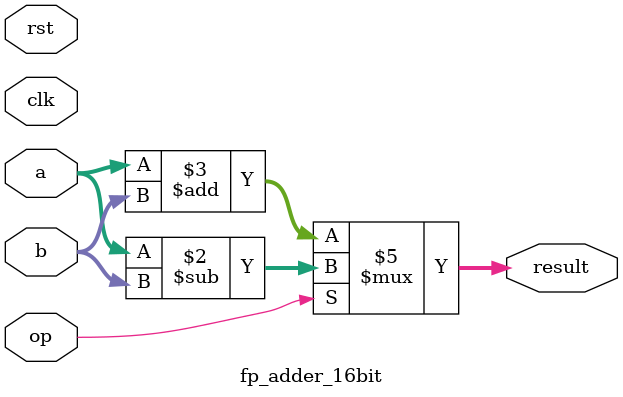
<source format=sv>
module fp_adder_16bit (
    input  logic        clk,
    input  logic        rst,
    input  logic [15:0] a,
    input  logic [15:0] b,
    input  logic        op,      // 0 = add, 1 = subtract
    output logic [15:0] result
);

    always_comb begin
        
      begin
            if (op)
                result = a - b;
            else
                result = a + b;
		  end
    end

endmodule

</source>
